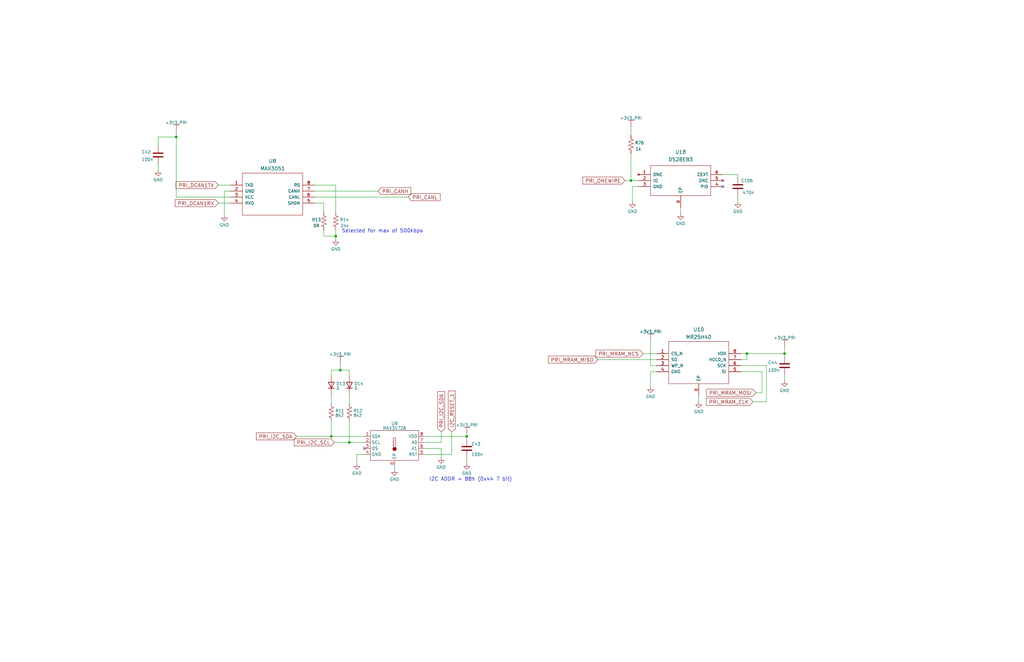
<source format=kicad_sch>
(kicad_sch (version 20230121) (generator eeschema)

  (uuid e7e35e33-cf18-4af3-b945-9fe6b728987e)

  (paper "USLedger")

  (title_block
    (title "Radiation Tolerant Internal Housekeeping Unit (IHU)")
    (date "2023-08-24")
    (rev "1.2A")
    (company "AMSAT-NA")
    (comment 1 "C. Castillo")
    (comment 2 "Z. Metzinger")
  )

  (lib_symbols
    (symbol "Device:C" (pin_numbers hide) (pin_names (offset 0.254)) (in_bom yes) (on_board yes)
      (property "Reference" "C" (at 0.635 2.54 0)
        (effects (font (size 1.27 1.27)) (justify left))
      )
      (property "Value" "C" (at 0.635 -2.54 0)
        (effects (font (size 1.27 1.27)) (justify left))
      )
      (property "Footprint" "" (at 0.9652 -3.81 0)
        (effects (font (size 1.27 1.27)) hide)
      )
      (property "Datasheet" "~" (at 0 0 0)
        (effects (font (size 1.27 1.27)) hide)
      )
      (property "ki_keywords" "cap capacitor" (at 0 0 0)
        (effects (font (size 1.27 1.27)) hide)
      )
      (property "ki_description" "Unpolarized capacitor" (at 0 0 0)
        (effects (font (size 1.27 1.27)) hide)
      )
      (property "ki_fp_filters" "C_*" (at 0 0 0)
        (effects (font (size 1.27 1.27)) hide)
      )
      (symbol "C_0_1"
        (polyline
          (pts
            (xy -2.032 -0.762)
            (xy 2.032 -0.762)
          )
          (stroke (width 0.508) (type default))
          (fill (type none))
        )
        (polyline
          (pts
            (xy -2.032 0.762)
            (xy 2.032 0.762)
          )
          (stroke (width 0.508) (type default))
          (fill (type none))
        )
      )
      (symbol "C_1_1"
        (pin passive line (at 0 3.81 270) (length 2.794)
          (name "~" (effects (font (size 1.27 1.27))))
          (number "1" (effects (font (size 1.27 1.27))))
        )
        (pin passive line (at 0 -3.81 90) (length 2.794)
          (name "~" (effects (font (size 1.27 1.27))))
          (number "2" (effects (font (size 1.27 1.27))))
        )
      )
    )
    (symbol "Device:D" (pin_numbers hide) (pin_names (offset 1.016) hide) (in_bom yes) (on_board yes)
      (property "Reference" "D" (at 0 2.54 0)
        (effects (font (size 1.27 1.27)))
      )
      (property "Value" "D" (at 0 -2.54 0)
        (effects (font (size 1.27 1.27)))
      )
      (property "Footprint" "" (at 0 0 0)
        (effects (font (size 1.27 1.27)) hide)
      )
      (property "Datasheet" "~" (at 0 0 0)
        (effects (font (size 1.27 1.27)) hide)
      )
      (property "Sim.Device" "D" (at 0 0 0)
        (effects (font (size 1.27 1.27)) hide)
      )
      (property "Sim.Pins" "1=K 2=A" (at 0 0 0)
        (effects (font (size 1.27 1.27)) hide)
      )
      (property "ki_keywords" "diode" (at 0 0 0)
        (effects (font (size 1.27 1.27)) hide)
      )
      (property "ki_description" "Diode" (at 0 0 0)
        (effects (font (size 1.27 1.27)) hide)
      )
      (property "ki_fp_filters" "TO-???* *_Diode_* *SingleDiode* D_*" (at 0 0 0)
        (effects (font (size 1.27 1.27)) hide)
      )
      (symbol "D_0_1"
        (polyline
          (pts
            (xy -1.27 1.27)
            (xy -1.27 -1.27)
          )
          (stroke (width 0.254) (type default))
          (fill (type none))
        )
        (polyline
          (pts
            (xy 1.27 0)
            (xy -1.27 0)
          )
          (stroke (width 0) (type default))
          (fill (type none))
        )
        (polyline
          (pts
            (xy 1.27 1.27)
            (xy 1.27 -1.27)
            (xy -1.27 0)
            (xy 1.27 1.27)
          )
          (stroke (width 0.254) (type default))
          (fill (type none))
        )
      )
      (symbol "D_1_1"
        (pin passive line (at -3.81 0 0) (length 2.54)
          (name "K" (effects (font (size 1.27 1.27))))
          (number "1" (effects (font (size 1.27 1.27))))
        )
        (pin passive line (at 3.81 0 180) (length 2.54)
          (name "A" (effects (font (size 1.27 1.27))))
          (number "2" (effects (font (size 1.27 1.27))))
        )
      )
    )
    (symbol "Device:R_US" (pin_numbers hide) (pin_names (offset 0)) (in_bom yes) (on_board yes)
      (property "Reference" "R" (at 2.54 0 90)
        (effects (font (size 1.27 1.27)))
      )
      (property "Value" "R_US" (at -2.54 0 90)
        (effects (font (size 1.27 1.27)))
      )
      (property "Footprint" "" (at 1.016 -0.254 90)
        (effects (font (size 1.27 1.27)) hide)
      )
      (property "Datasheet" "~" (at 0 0 0)
        (effects (font (size 1.27 1.27)) hide)
      )
      (property "ki_keywords" "R res resistor" (at 0 0 0)
        (effects (font (size 1.27 1.27)) hide)
      )
      (property "ki_description" "Resistor, US symbol" (at 0 0 0)
        (effects (font (size 1.27 1.27)) hide)
      )
      (property "ki_fp_filters" "R_*" (at 0 0 0)
        (effects (font (size 1.27 1.27)) hide)
      )
      (symbol "R_US_0_1"
        (polyline
          (pts
            (xy 0 -2.286)
            (xy 0 -2.54)
          )
          (stroke (width 0) (type default))
          (fill (type none))
        )
        (polyline
          (pts
            (xy 0 2.286)
            (xy 0 2.54)
          )
          (stroke (width 0) (type default))
          (fill (type none))
        )
        (polyline
          (pts
            (xy 0 -0.762)
            (xy 1.016 -1.143)
            (xy 0 -1.524)
            (xy -1.016 -1.905)
            (xy 0 -2.286)
          )
          (stroke (width 0) (type default))
          (fill (type none))
        )
        (polyline
          (pts
            (xy 0 0.762)
            (xy 1.016 0.381)
            (xy 0 0)
            (xy -1.016 -0.381)
            (xy 0 -0.762)
          )
          (stroke (width 0) (type default))
          (fill (type none))
        )
        (polyline
          (pts
            (xy 0 2.286)
            (xy 1.016 1.905)
            (xy 0 1.524)
            (xy -1.016 1.143)
            (xy 0 0.762)
          )
          (stroke (width 0) (type default))
          (fill (type none))
        )
      )
      (symbol "R_US_1_1"
        (pin passive line (at 0 3.81 270) (length 1.27)
          (name "~" (effects (font (size 1.27 1.27))))
          (number "1" (effects (font (size 1.27 1.27))))
        )
        (pin passive line (at 0 -3.81 90) (length 1.27)
          (name "~" (effects (font (size 1.27 1.27))))
          (number "2" (effects (font (size 1.27 1.27))))
        )
      )
    )
    (symbol "amsat_discrete:+3V3_PRI" (power) (pin_names (offset 0)) (in_bom yes) (on_board yes)
      (property "Reference" "#PWR" (at 0 -3.81 0)
        (effects (font (size 1.27 1.27)) hide)
      )
      (property "Value" "+3V3_PRI" (at 0 3.556 0)
        (effects (font (size 1.27 1.27)))
      )
      (property "Footprint" "" (at 0 0 0)
        (effects (font (size 1.27 1.27)) hide)
      )
      (property "Datasheet" "" (at 0 0 0)
        (effects (font (size 1.27 1.27)) hide)
      )
      (property "ki_keywords" "Power Flag Symbol" (at 0 0 0)
        (effects (font (size 1.27 1.27)) hide)
      )
      (property "ki_description" "Power Net, Primary, +3.3V" (at 0 0 0)
        (effects (font (size 1.27 1.27)) hide)
      )
      (symbol "+3V3_PRI_0_1"
        (polyline
          (pts
            (xy -1.27 2.54)
            (xy 0 2.54)
          )
          (stroke (width 0) (type solid))
          (fill (type none))
        )
        (polyline
          (pts
            (xy 0 0)
            (xy 0 2.54)
          )
          (stroke (width 0) (type solid))
          (fill (type none))
        )
        (polyline
          (pts
            (xy 0 2.54)
            (xy 1.27 2.54)
          )
          (stroke (width 0) (type solid))
          (fill (type none))
        )
      )
      (symbol "+3V3_PRI_1_1"
        (pin power_in line (at 0 0 90) (length 0) hide
          (name "+3V3_PRI" (effects (font (size 1.27 1.27))))
          (number "1" (effects (font (size 1.27 1.27))))
        )
      )
    )
    (symbol "amsat_everspin:MR25H40" (pin_names (offset 1.016)) (in_bom yes) (on_board yes)
      (property "Reference" "U" (at 11.43 -10.16 0)
        (effects (font (size 1.524 1.524)))
      )
      (property "Value" "MR25H40" (at 0 6.35 0)
        (effects (font (size 1.524 1.524)))
      )
      (property "Footprint" "" (at 0 0 0)
        (effects (font (size 1.524 1.524)) hide)
      )
      (property "Datasheet" "" (at 0 0 0)
        (effects (font (size 1.524 1.524)) hide)
      )
      (property "ki_description" "MRAM 512kB SPI 40MHz" (at 0 0 0)
        (effects (font (size 1.27 1.27)) hide)
      )
      (symbol "MR25H40_0_1"
        (rectangle (start -12.7 8.89) (end 12.7 -8.89)
          (stroke (width 0) (type solid))
          (fill (type none))
        )
      )
      (symbol "MR25H40_1_1"
        (pin power_in line (at 0 -13.97 90) (length 5.08)
          (name "EP" (effects (font (size 1.27 1.27))))
          (number "0" (effects (font (size 1.27 1.27))))
        )
        (pin input line (at -17.78 3.81 0) (length 5.08)
          (name "CS_N" (effects (font (size 1.27 1.27))))
          (number "1" (effects (font (size 1.27 1.27))))
        )
        (pin output line (at -17.78 1.27 0) (length 5.08)
          (name "SO" (effects (font (size 1.27 1.27))))
          (number "2" (effects (font (size 1.27 1.27))))
        )
        (pin input line (at -17.78 -1.27 0) (length 5.08)
          (name "WP_N" (effects (font (size 1.27 1.27))))
          (number "3" (effects (font (size 1.27 1.27))))
        )
        (pin power_in line (at -17.78 -3.81 0) (length 5.08)
          (name "GND" (effects (font (size 1.27 1.27))))
          (number "4" (effects (font (size 1.27 1.27))))
        )
        (pin input line (at 17.78 -3.81 180) (length 5.08)
          (name "SI" (effects (font (size 1.27 1.27))))
          (number "5" (effects (font (size 1.27 1.27))))
        )
        (pin input line (at 17.78 -1.27 180) (length 5.08)
          (name "SCK" (effects (font (size 1.27 1.27))))
          (number "6" (effects (font (size 1.27 1.27))))
        )
        (pin input line (at 17.78 1.27 180) (length 5.08)
          (name "HOLD_N" (effects (font (size 1.27 1.27))))
          (number "7" (effects (font (size 1.27 1.27))))
        )
        (pin power_in line (at 17.78 3.81 180) (length 5.08)
          (name "VDD" (effects (font (size 1.27 1.27))))
          (number "8" (effects (font (size 1.27 1.27))))
        )
      )
    )
    (symbol "amsat_maxim:DS28E83" (pin_names (offset 1.016)) (in_bom yes) (on_board yes)
      (property "Reference" "U" (at 11.43 -10.16 0)
        (effects (font (size 1.524 1.524)))
      )
      (property "Value" "DS28E83" (at 0 0 0)
        (effects (font (size 1.524 1.524)))
      )
      (property "Footprint" "" (at 0 0 0)
        (effects (font (size 1.524 1.524)) hide)
      )
      (property "Datasheet" "" (at 0 0 0)
        (effects (font (size 1.524 1.524)) hide)
      )
      (property "ki_description" "Radiation Resistant 1-Wire Authenticator" (at 0 0 0)
        (effects (font (size 1.27 1.27)) hide)
      )
      (property "ki_fp_filters" "TDFN_T633_2" (at 0 0 0)
        (effects (font (size 1.27 1.27)) hide)
      )
      (symbol "DS28E83_0_1"
        (rectangle (start -12.7 6.35) (end 12.7 -6.35)
          (stroke (width 0) (type solid))
          (fill (type none))
        )
      )
      (symbol "DS28E83_1_1"
        (pin power_in line (at 0 -11.43 90) (length 5.08)
          (name "EP" (effects (font (size 1.27 1.27))))
          (number "0" (effects (font (size 1.27 1.27))))
        )
        (pin no_connect line (at -17.78 2.54 0) (length 5.08)
          (name "DNC" (effects (font (size 1.27 1.27))))
          (number "1" (effects (font (size 1.27 1.27))))
        )
        (pin bidirectional line (at -17.78 0 0) (length 5.08)
          (name "IO" (effects (font (size 1.27 1.27))))
          (number "2" (effects (font (size 1.27 1.27))))
        )
        (pin power_in line (at -17.78 -2.54 0) (length 5.08)
          (name "GND" (effects (font (size 1.27 1.27))))
          (number "3" (effects (font (size 1.27 1.27))))
        )
        (pin bidirectional line (at 17.78 -2.54 180) (length 5.08)
          (name "PIO" (effects (font (size 1.27 1.27))))
          (number "4" (effects (font (size 1.27 1.27))))
        )
        (pin no_connect line (at 17.78 0 180) (length 5.08)
          (name "DNC" (effects (font (size 1.27 1.27))))
          (number "5" (effects (font (size 1.27 1.27))))
        )
        (pin passive line (at 17.78 2.54 180) (length 5.08)
          (name "CEXT" (effects (font (size 1.27 1.27))))
          (number "6" (effects (font (size 1.27 1.27))))
        )
      )
    )
    (symbol "amsat_maxim:MAX3051" (pin_names (offset 1.016)) (in_bom yes) (on_board yes)
      (property "Reference" "U" (at 11.43 -10.16 0)
        (effects (font (size 1.524 1.524)))
      )
      (property "Value" "MAX3051" (at 0 0 0)
        (effects (font (size 1.524 1.524)))
      )
      (property "Footprint" "" (at 0 0 0)
        (effects (font (size 1.524 1.524)) hide)
      )
      (property "Datasheet" "" (at 0 0 0)
        (effects (font (size 1.524 1.524)) hide)
      )
      (property "ki_description" "CAN Transciever, +3.3v, 1Mbps" (at 0 0 0)
        (effects (font (size 1.27 1.27)) hide)
      )
      (symbol "MAX3051_0_1"
        (rectangle (start -12.7 8.89) (end 12.7 -8.89)
          (stroke (width 0) (type solid))
          (fill (type none))
        )
      )
      (symbol "MAX3051_1_1"
        (pin input line (at -17.78 3.81 0) (length 5.08)
          (name "TXD" (effects (font (size 1.27 1.27))))
          (number "1" (effects (font (size 1.27 1.27))))
        )
        (pin input line (at -17.78 1.27 0) (length 5.08)
          (name "GND" (effects (font (size 1.27 1.27))))
          (number "2" (effects (font (size 1.27 1.27))))
        )
        (pin input line (at -17.78 -1.27 0) (length 5.08)
          (name "VCC" (effects (font (size 1.27 1.27))))
          (number "3" (effects (font (size 1.27 1.27))))
        )
        (pin output line (at -17.78 -3.81 0) (length 5.08)
          (name "RXD" (effects (font (size 1.27 1.27))))
          (number "4" (effects (font (size 1.27 1.27))))
        )
        (pin input line (at 17.78 -3.81 180) (length 5.08)
          (name "SHDN" (effects (font (size 1.27 1.27))))
          (number "5" (effects (font (size 1.27 1.27))))
        )
        (pin bidirectional line (at 17.78 -1.27 180) (length 5.08)
          (name "CANL" (effects (font (size 1.27 1.27))))
          (number "6" (effects (font (size 1.27 1.27))))
        )
        (pin bidirectional line (at 17.78 1.27 180) (length 5.08)
          (name "CANH" (effects (font (size 1.27 1.27))))
          (number "7" (effects (font (size 1.27 1.27))))
        )
        (pin input line (at 17.78 3.81 180) (length 5.08)
          (name "RS" (effects (font (size 1.27 1.27))))
          (number "8" (effects (font (size 1.27 1.27))))
        )
      )
    )
    (symbol "amsat_maxim:MAX31726" (in_bom yes) (on_board yes)
      (property "Reference" "U" (at 0 10.795 0)
        (effects (font (size 1.27 1.27)))
      )
      (property "Value" "MAX31726" (at 0 8.89 0)
        (effects (font (size 1.27 1.27)))
      )
      (property "Footprint" "amsat_updated_symbols:TDFN8_CP1.58x2.53" (at 0 -10.16 0)
        (effects (font (size 1.27 1.27)) hide)
      )
      (property "Datasheet" "https://www.analog.com/media/en/technical-documentation/data-sheets/MAX31725-MAX31726.pdf" (at 2.413 -11.684 0)
        (effects (font (size 1.27 1.27)) hide)
      )
      (property "ki_description" "I2C Temperature Sensor" (at 0 0 0)
        (effects (font (size 1.27 1.27)) hide)
      )
      (symbol "MAX31726_1_1"
        (rectangle (start -10.16 7.62) (end 10.16 -5.08)
          (stroke (width 0) (type default))
          (fill (type none))
        )
        (circle (center 0 -0.254) (radius 0.7405)
          (stroke (width 0) (type default))
          (fill (type outline))
        )
        (polyline
          (pts
            (xy -0.508 0.254)
            (xy -0.508 4.064)
          )
          (stroke (width 0) (type default))
          (fill (type none))
        )
        (polyline
          (pts
            (xy -0.508 1.143)
            (xy -0.254 1.143)
          )
          (stroke (width 0) (type default))
          (fill (type none))
        )
        (polyline
          (pts
            (xy -0.508 1.905)
            (xy -0.127 1.905)
          )
          (stroke (width 0) (type default))
          (fill (type none))
        )
        (polyline
          (pts
            (xy -0.508 2.667)
            (xy -0.127 2.667)
          )
          (stroke (width 0) (type default))
          (fill (type none))
        )
        (polyline
          (pts
            (xy -0.508 3.429)
            (xy -0.127 3.429)
          )
          (stroke (width 0) (type default))
          (fill (type none))
        )
        (polyline
          (pts
            (xy -0.254 1.143)
            (xy -0.127 1.143)
          )
          (stroke (width 0) (type default))
          (fill (type none))
        )
        (polyline
          (pts
            (xy 0.508 0.254)
            (xy 0.508 4.064)
          )
          (stroke (width 0) (type default))
          (fill (type none))
        )
        (arc (start 0 4.572) (mid -0.3592 4.4232) (end -0.508 4.064)
          (stroke (width 0) (type default))
          (fill (type none))
        )
        (arc (start 0.508 4.064) (mid 0.3592 4.4232) (end 0 4.572)
          (stroke (width 0) (type default))
          (fill (type none))
        )
        (pin input line (at 0 -7.62 90) (length 2.54)
          (name "EP" (effects (font (size 1.27 1.27))))
          (number "0" (effects (font (size 1.27 1.27))))
        )
        (pin bidirectional line (at -12.7 5.08 0) (length 2.54)
          (name "SDA" (effects (font (size 1.27 1.27))))
          (number "1" (effects (font (size 1.27 1.27))))
        )
        (pin bidirectional line (at -12.7 2.54 0) (length 2.54)
          (name "SCL" (effects (font (size 1.27 1.27))))
          (number "2" (effects (font (size 1.27 1.27))))
        )
        (pin input line (at -12.7 0 0) (length 2.54)
          (name "OS" (effects (font (size 1.27 1.27))))
          (number "3" (effects (font (size 1.27 1.27))))
        )
        (pin power_in line (at -12.7 -2.54 0) (length 2.54)
          (name "GND" (effects (font (size 1.27 1.27))))
          (number "4" (effects (font (size 1.27 1.27))))
        )
        (pin input line (at 12.7 -2.54 180) (length 2.54)
          (name "RST" (effects (font (size 1.27 1.27))))
          (number "5" (effects (font (size 1.27 1.27))))
        )
        (pin input line (at 12.7 0 180) (length 2.54)
          (name "A1" (effects (font (size 1.27 1.27))))
          (number "6" (effects (font (size 1.27 1.27))))
        )
        (pin input line (at 12.7 2.54 180) (length 2.54)
          (name "A0" (effects (font (size 1.27 1.27))))
          (number "7" (effects (font (size 1.27 1.27))))
        )
        (pin power_in line (at 12.7 5.08 180) (length 2.54)
          (name "VDD" (effects (font (size 1.27 1.27))))
          (number "8" (effects (font (size 1.27 1.27))))
        )
      )
    )
    (symbol "power:GND" (power) (pin_names (offset 0)) (in_bom yes) (on_board yes)
      (property "Reference" "#PWR" (at 0 -6.35 0)
        (effects (font (size 1.27 1.27)) hide)
      )
      (property "Value" "GND" (at 0 -3.81 0)
        (effects (font (size 1.27 1.27)))
      )
      (property "Footprint" "" (at 0 0 0)
        (effects (font (size 1.27 1.27)) hide)
      )
      (property "Datasheet" "" (at 0 0 0)
        (effects (font (size 1.27 1.27)) hide)
      )
      (property "ki_keywords" "global power" (at 0 0 0)
        (effects (font (size 1.27 1.27)) hide)
      )
      (property "ki_description" "Power symbol creates a global label with name \"GND\" , ground" (at 0 0 0)
        (effects (font (size 1.27 1.27)) hide)
      )
      (symbol "GND_0_1"
        (polyline
          (pts
            (xy 0 0)
            (xy 0 -1.27)
            (xy 1.27 -1.27)
            (xy 0 -2.54)
            (xy -1.27 -1.27)
            (xy 0 -1.27)
          )
          (stroke (width 0) (type default))
          (fill (type none))
        )
      )
      (symbol "GND_1_1"
        (pin power_in line (at 0 0 270) (length 0) hide
          (name "GND" (effects (font (size 1.27 1.27))))
          (number "1" (effects (font (size 1.27 1.27))))
        )
      )
    )
  )

  (junction (at 266.065 76.2) (diameter 0) (color 0 0 0 0)
    (uuid 2af93811-5cc1-4a4b-ba28-f45845477f53)
  )
  (junction (at 141.605 99.695) (diameter 0) (color 0 0 0 0)
    (uuid 422984a7-b83c-43eb-8987-5dc982d7d69c)
  )
  (junction (at 143.51 156.21) (diameter 0) (color 0 0 0 0)
    (uuid 501a3583-f1f7-4f84-b67d-785eaded7301)
  )
  (junction (at 74.295 57.785) (diameter 0) (color 0 0 0 0)
    (uuid 51bce9c6-4e05-4868-9d42-c44eb84e1a86)
  )
  (junction (at 196.85 184.15) (diameter 0) (color 0 0 0 0)
    (uuid 5709b313-7106-47ad-8d87-3135a4c84f92)
  )
  (junction (at 330.835 149.225) (diameter 0) (color 0 0 0 0)
    (uuid 5af12dce-1daf-42f4-8cf2-fcb92557b267)
  )
  (junction (at 314.96 149.225) (diameter 0) (color 0 0 0 0)
    (uuid a3b9c9ba-aa20-4ecf-86cb-562c0f143506)
  )
  (junction (at 139.7 184.15) (diameter 0) (color 0 0 0 0)
    (uuid c58e5db1-7d99-413d-a892-380655c6a8ec)
  )
  (junction (at 147.32 186.69) (diameter 0) (color 0 0 0 0)
    (uuid eb9a4953-06ef-46b0-a7cd-8da650f90627)
  )

  (no_connect (at 304.8 78.74) (uuid 24e9c87f-5775-4014-a44d-c5fe9b0a1e19))
  (no_connect (at 153.67 189.23) (uuid 8f1a4d0f-b930-4b80-aa30-d4f82caa952c))

  (wire (pts (xy 143.51 156.21) (xy 143.51 153.035))
    (stroke (width 0) (type default))
    (uuid 01ddf420-1e33-4e47-a232-23469ce122cc)
  )
  (wire (pts (xy 66.675 61.595) (xy 66.675 57.785))
    (stroke (width 0) (type default))
    (uuid 02c4bc53-15cc-462e-a9e8-f2fd8a1bff22)
  )
  (wire (pts (xy 74.295 55.245) (xy 74.295 57.785))
    (stroke (width 0) (type default))
    (uuid 03f4b963-90b0-4156-aec2-4fbbaa7afefb)
  )
  (wire (pts (xy 139.7 184.15) (xy 153.67 184.15))
    (stroke (width 0) (type default))
    (uuid 0a87dcb0-a61a-4f1c-8439-74a9eadf38bd)
  )
  (wire (pts (xy 186.055 189.23) (xy 186.055 193.04))
    (stroke (width 0) (type default))
    (uuid 1ae5fdb3-b88f-42c3-b2a4-4db28f25b71e)
  )
  (wire (pts (xy 330.835 149.225) (xy 330.835 150.495))
    (stroke (width 0) (type default))
    (uuid 1b28dbc4-db44-4784-a1ab-a903ab61d6e5)
  )
  (wire (pts (xy 196.85 182.88) (xy 196.85 184.15))
    (stroke (width 0) (type default))
    (uuid 20ecb382-4d03-4973-bb06-27a319b3b627)
  )
  (wire (pts (xy 125.095 184.15) (xy 139.7 184.15))
    (stroke (width 0) (type default))
    (uuid 2110bf1c-1b61-4150-a371-bf19411745dd)
  )
  (wire (pts (xy 312.42 149.225) (xy 314.96 149.225))
    (stroke (width 0) (type default))
    (uuid 21ebcfc8-a29d-4d8e-9862-0cfed539ed0f)
  )
  (wire (pts (xy 139.7 158.75) (xy 139.7 156.21))
    (stroke (width 0) (type default))
    (uuid 240313ba-af6c-42dd-b415-8b7c41120946)
  )
  (wire (pts (xy 141.605 78.105) (xy 141.605 89.535))
    (stroke (width 0) (type default))
    (uuid 245af9c1-34bc-4926-bb19-787b74d30501)
  )
  (wire (pts (xy 139.7 156.21) (xy 143.51 156.21))
    (stroke (width 0) (type default))
    (uuid 245f07b6-aaf2-46bb-8687-7e29a889e723)
  )
  (wire (pts (xy 74.295 83.185) (xy 97.155 83.185))
    (stroke (width 0) (type default))
    (uuid 2849bf89-345a-4c25-906e-f4affaa056be)
  )
  (wire (pts (xy 311.15 82.55) (xy 311.15 85.09))
    (stroke (width 0) (type default))
    (uuid 28e552ef-13dc-4739-aae0-003f1ec7b0ab)
  )
  (wire (pts (xy 132.715 80.645) (xy 159.385 80.645))
    (stroke (width 0) (type default))
    (uuid 2a3ac4a7-6a42-449e-8799-ef1b3bfb1280)
  )
  (wire (pts (xy 311.15 73.66) (xy 311.15 74.93))
    (stroke (width 0) (type default))
    (uuid 2d5fa8ab-b76e-4b56-b60d-3646ec3b78fb)
  )
  (wire (pts (xy 140.97 186.69) (xy 147.32 186.69))
    (stroke (width 0) (type default))
    (uuid 3068267b-4b47-4eb4-b8ff-3edacd107766)
  )
  (wire (pts (xy 92.075 78.105) (xy 97.155 78.105))
    (stroke (width 0) (type default))
    (uuid 308ae543-f635-4ce9-9c1c-ec8dc22c6222)
  )
  (wire (pts (xy 274.32 154.305) (xy 274.32 143.51))
    (stroke (width 0) (type default))
    (uuid 30c23cb0-dec6-4718-ad30-0127856a6dab)
  )
  (wire (pts (xy 166.37 196.85) (xy 166.37 198.12))
    (stroke (width 0) (type default))
    (uuid 32a60df7-75ec-4315-bddb-788921e9dacf)
  )
  (wire (pts (xy 147.32 166.37) (xy 147.32 170.18))
    (stroke (width 0) (type default))
    (uuid 32bfc501-5664-4a01-a92b-4583bcd51c8f)
  )
  (wire (pts (xy 266.065 76.2) (xy 269.24 76.2))
    (stroke (width 0) (type default))
    (uuid 38958c3f-7d2b-4007-b53f-fe0fd48d327c)
  )
  (wire (pts (xy 276.86 154.305) (xy 274.32 154.305))
    (stroke (width 0) (type default))
    (uuid 3bde55d8-f48e-464a-a6a3-d15dd893cbf1)
  )
  (wire (pts (xy 321.31 156.845) (xy 321.31 165.735))
    (stroke (width 0) (type default))
    (uuid 44ae2fc6-e982-4758-ad41-34cb4165516c)
  )
  (wire (pts (xy 147.32 186.69) (xy 153.67 186.69))
    (stroke (width 0) (type default))
    (uuid 4a0bf505-8d06-4511-860d-7e4f306825e5)
  )
  (wire (pts (xy 312.42 156.845) (xy 321.31 156.845))
    (stroke (width 0) (type default))
    (uuid 4e69eba0-7457-4600-8974-a231785a108d)
  )
  (wire (pts (xy 97.155 80.645) (xy 94.615 80.645))
    (stroke (width 0) (type default))
    (uuid 4eda03d7-4d90-4deb-abc7-74b17194ce5a)
  )
  (wire (pts (xy 147.32 177.8) (xy 147.32 186.69))
    (stroke (width 0) (type default))
    (uuid 583257bb-1390-4af1-a378-40670cc1fec5)
  )
  (wire (pts (xy 196.85 193.04) (xy 196.85 195.58))
    (stroke (width 0) (type default))
    (uuid 5a1505fe-0efe-426f-a833-9dbe5e1f4680)
  )
  (wire (pts (xy 323.215 154.305) (xy 312.42 154.305))
    (stroke (width 0) (type default))
    (uuid 5afac7e8-39e2-402d-985c-c17d55ddb847)
  )
  (wire (pts (xy 92.075 85.725) (xy 97.155 85.725))
    (stroke (width 0) (type default))
    (uuid 60f9af05-fbb6-4eb1-b4ef-cebc675d5022)
  )
  (wire (pts (xy 139.7 166.37) (xy 139.7 170.18))
    (stroke (width 0) (type default))
    (uuid 623f7c26-9c88-45dd-9824-cade8e3e48e3)
  )
  (wire (pts (xy 66.675 57.785) (xy 74.295 57.785))
    (stroke (width 0) (type default))
    (uuid 645b28fe-30a5-4b9b-9547-60f43c2ea3c8)
  )
  (wire (pts (xy 321.31 165.735) (xy 318.77 165.735))
    (stroke (width 0) (type default))
    (uuid 6dcbcc67-feaa-4a9b-8a36-debee2437d7e)
  )
  (wire (pts (xy 141.605 97.155) (xy 141.605 99.695))
    (stroke (width 0) (type default))
    (uuid 6e907ff3-63d5-49dd-b5c2-645b80f783c7)
  )
  (wire (pts (xy 179.07 191.77) (xy 190.5 191.77))
    (stroke (width 0) (type default))
    (uuid 73a1172e-4ce2-45c1-a83b-ab92ccf56bdc)
  )
  (wire (pts (xy 94.615 80.645) (xy 94.615 90.805))
    (stroke (width 0) (type default))
    (uuid 75be12ca-62c9-4ac1-a873-5bdae9c4b33c)
  )
  (wire (pts (xy 323.215 169.545) (xy 317.5 169.545))
    (stroke (width 0) (type default))
    (uuid 785325c8-2afc-4736-a30d-2487276333aa)
  )
  (wire (pts (xy 287.02 87.63) (xy 287.02 90.17))
    (stroke (width 0) (type default))
    (uuid 7c551c3c-cae1-409b-9e78-b9c0a45856fd)
  )
  (wire (pts (xy 266.065 53.34) (xy 266.065 57.15))
    (stroke (width 0) (type default))
    (uuid 7ff31675-6d30-4450-b006-c084d96a0179)
  )
  (wire (pts (xy 150.495 191.77) (xy 150.495 195.58))
    (stroke (width 0) (type default))
    (uuid 848c501f-13ed-4661-b6f5-c9f91f10c5f6)
  )
  (wire (pts (xy 266.065 64.77) (xy 266.065 76.2))
    (stroke (width 0) (type default))
    (uuid 8b973af3-0cbd-4649-95a9-90be15aca0ce)
  )
  (wire (pts (xy 263.525 76.2) (xy 266.065 76.2))
    (stroke (width 0) (type default))
    (uuid 8e07daef-b168-462d-96fa-2a29f65c4910)
  )
  (wire (pts (xy 323.215 154.305) (xy 323.215 169.545))
    (stroke (width 0) (type default))
    (uuid 93ae34e8-e3f9-4886-a4d8-10d7d4a8c911)
  )
  (wire (pts (xy 312.42 151.765) (xy 314.96 151.765))
    (stroke (width 0) (type default))
    (uuid 9544b781-eca8-41db-b3ed-1b7ee418e390)
  )
  (wire (pts (xy 304.8 73.66) (xy 311.15 73.66))
    (stroke (width 0) (type default))
    (uuid 97fed5ed-1212-4d2a-9ad9-ff8dd02410c9)
  )
  (wire (pts (xy 274.32 156.845) (xy 274.32 163.195))
    (stroke (width 0) (type default))
    (uuid 98e852c2-0925-44bb-a8a6-9e8a01853d76)
  )
  (wire (pts (xy 136.525 99.695) (xy 141.605 99.695))
    (stroke (width 0) (type default))
    (uuid 9f5b932a-c1cd-4cf8-b426-15e6764e7f5f)
  )
  (wire (pts (xy 143.51 156.21) (xy 147.32 156.21))
    (stroke (width 0) (type default))
    (uuid a04149cd-39b4-4c04-9024-ea691962f0ce)
  )
  (wire (pts (xy 139.7 177.8) (xy 139.7 184.15))
    (stroke (width 0) (type default))
    (uuid a0fa3202-0ca0-4c3d-b5b1-36735c5c2bf5)
  )
  (wire (pts (xy 141.605 99.695) (xy 141.605 100.965))
    (stroke (width 0) (type default))
    (uuid a5131718-ac5f-480f-a666-e0ccaeadc376)
  )
  (wire (pts (xy 269.24 78.74) (xy 266.7 78.74))
    (stroke (width 0) (type default))
    (uuid a71b7df0-c78f-4311-a996-16a8b500209b)
  )
  (wire (pts (xy 132.715 78.105) (xy 141.605 78.105))
    (stroke (width 0) (type default))
    (uuid aa788f52-be46-4ed7-a8bd-c9c9de8d4d2e)
  )
  (wire (pts (xy 252.095 151.765) (xy 276.86 151.765))
    (stroke (width 0) (type default))
    (uuid aae88c07-f23c-489c-9304-76c494c82009)
  )
  (wire (pts (xy 179.07 184.15) (xy 196.85 184.15))
    (stroke (width 0) (type default))
    (uuid abdf70fa-050f-4605-91d9-78a94389d0e2)
  )
  (wire (pts (xy 179.07 189.23) (xy 186.055 189.23))
    (stroke (width 0) (type default))
    (uuid b02347de-9fb9-46bf-8d57-89b55607be3f)
  )
  (wire (pts (xy 330.835 146.05) (xy 330.835 149.225))
    (stroke (width 0) (type default))
    (uuid b5c2948c-52ea-4726-9c14-7dded6e0ca86)
  )
  (wire (pts (xy 150.495 191.77) (xy 153.67 191.77))
    (stroke (width 0) (type default))
    (uuid ba376954-da2b-4182-8ab6-703f38a7cde9)
  )
  (wire (pts (xy 314.96 151.765) (xy 314.96 149.225))
    (stroke (width 0) (type default))
    (uuid baccefca-a6b0-4bff-883c-99a5691641c2)
  )
  (wire (pts (xy 74.295 57.785) (xy 74.295 83.185))
    (stroke (width 0) (type default))
    (uuid bdd42d2a-12cc-4e48-a287-c485dc35ef7f)
  )
  (wire (pts (xy 179.07 186.69) (xy 186.055 186.69))
    (stroke (width 0) (type default))
    (uuid c7d644b7-9447-4650-a15c-9830889feb00)
  )
  (wire (pts (xy 136.525 85.725) (xy 136.525 89.535))
    (stroke (width 0) (type default))
    (uuid c7ec59cf-e0cc-4dab-99ab-8e92b5df2f4a)
  )
  (wire (pts (xy 186.055 182.245) (xy 186.055 186.69))
    (stroke (width 0) (type default))
    (uuid cb64e2fc-8455-465e-b5fa-4e9778950d94)
  )
  (wire (pts (xy 294.64 167.005) (xy 294.64 169.545))
    (stroke (width 0) (type default))
    (uuid cc763800-2b7b-48fc-b338-be08c889c0f0)
  )
  (wire (pts (xy 266.7 78.74) (xy 266.7 85.09))
    (stroke (width 0) (type default))
    (uuid d386e61c-eece-49d5-a132-0d721cba3780)
  )
  (wire (pts (xy 132.715 83.185) (xy 172.085 83.185))
    (stroke (width 0) (type default))
    (uuid d840d0a4-c397-4ab6-8973-506a9544b4fe)
  )
  (wire (pts (xy 276.86 156.845) (xy 274.32 156.845))
    (stroke (width 0) (type default))
    (uuid d96333c5-b698-4664-bf3a-cb2f9a2cd3c3)
  )
  (wire (pts (xy 314.96 149.225) (xy 330.835 149.225))
    (stroke (width 0) (type default))
    (uuid d9d6276e-f56d-4a8e-abb3-562b71038091)
  )
  (wire (pts (xy 132.715 85.725) (xy 136.525 85.725))
    (stroke (width 0) (type default))
    (uuid db3527d8-63aa-4ac8-9617-9cfe3dd018ca)
  )
  (wire (pts (xy 196.85 184.15) (xy 196.85 185.42))
    (stroke (width 0) (type default))
    (uuid e0146b77-c520-4e04-8f97-a937aa7c7b15)
  )
  (wire (pts (xy 136.525 97.155) (xy 136.525 99.695))
    (stroke (width 0) (type default))
    (uuid e05808fe-27ec-470b-b40e-e80dfbfe54e5)
  )
  (wire (pts (xy 66.675 69.215) (xy 66.675 71.755))
    (stroke (width 0) (type default))
    (uuid e1ad7e2f-ccc2-440a-b03d-2a98d704ba62)
  )
  (wire (pts (xy 330.835 158.115) (xy 330.835 160.655))
    (stroke (width 0) (type default))
    (uuid e41b9c3f-6abf-449e-870b-1f3de08ee9c1)
  )
  (wire (pts (xy 276.86 149.225) (xy 271.145 149.225))
    (stroke (width 0) (type default))
    (uuid e9801014-224e-4369-aa85-1637ba2bc435)
  )
  (wire (pts (xy 190.5 182.245) (xy 190.5 191.77))
    (stroke (width 0) (type default))
    (uuid f0e27efc-6cee-431e-8c32-6f2ec17aefcf)
  )
  (wire (pts (xy 147.32 156.21) (xy 147.32 158.75))
    (stroke (width 0) (type default))
    (uuid f7f9310d-a78e-4a8f-9084-c93ab8750dff)
  )

  (text "I2C ADDR = 88h (0x44 7 bit)" (at 180.975 203.2 0)
    (effects (font (size 1.524 1.524)) (justify left bottom))
    (uuid ab98ce7e-3f21-4439-90fb-4df5870b9f81)
  )
  (text "Selected for max of 500kbps" (at 144.145 98.425 0)
    (effects (font (size 1.524 1.524)) (justify left bottom))
    (uuid aeddb763-30ea-4c63-a370-9bf697d0d84e)
  )

  (global_label "PRI_CANH" (shape input) (at 159.385 80.645 0)
    (effects (font (size 1.524 1.524)) (justify left))
    (uuid 06bd2719-7cac-4c2a-82f9-066d6f3ddc63)
    (property "Intersheetrefs" "${INTERSHEET_REFS}" (at 159.385 80.645 0)
      (effects (font (size 1.27 1.27)) hide)
    )
  )
  (global_label "PRI_MRAM_CLK" (shape input) (at 317.5 169.545 180)
    (effects (font (size 1.524 1.524)) (justify right))
    (uuid 12a23f3d-5582-4b1f-aeee-d9eecd8f09a9)
    (property "Intersheetrefs" "${INTERSHEET_REFS}" (at 317.5 169.545 0)
      (effects (font (size 1.27 1.27)) hide)
    )
  )
  (global_label "PRI_MRAM_MISO" (shape input) (at 252.095 151.765 180)
    (effects (font (size 1.524 1.524)) (justify right))
    (uuid 297bba60-d359-4ab2-b7b0-6df96edb5d32)
    (property "Intersheetrefs" "${INTERSHEET_REFS}" (at 252.095 151.765 0)
      (effects (font (size 1.27 1.27)) hide)
    )
  )
  (global_label "PRI_I2C_SDA" (shape input) (at 125.095 184.15 180)
    (effects (font (size 1.524 1.524)) (justify right))
    (uuid 40a34709-5c6d-4a79-8599-7183b2d49ba3)
    (property "Intersheetrefs" "${INTERSHEET_REFS}" (at 125.095 184.15 0)
      (effects (font (size 1.27 1.27)) hide)
    )
  )
  (global_label "PRI_DCAN1TX" (shape input) (at 92.075 78.105 180)
    (effects (font (size 1.524 1.524)) (justify right))
    (uuid 5bc48bac-2424-42b9-a710-3b33ef7101ee)
    (property "Intersheetrefs" "${INTERSHEET_REFS}" (at 92.075 78.105 0)
      (effects (font (size 1.27 1.27)) hide)
    )
  )
  (global_label "I2C_RESET_1" (shape input) (at 190.5 182.245 90) (fields_autoplaced)
    (effects (font (size 1.524 1.524)) (justify left))
    (uuid 7b0bfd1b-8769-4545-b559-6625964b2ad6)
    (property "Intersheetrefs" "${INTERSHEET_REFS}" (at 190.5 165.1746 90)
      (effects (font (size 1.27 1.27)) (justify left) hide)
    )
  )
  (global_label "PRI_ONEWIRE" (shape input) (at 263.525 76.2 180)
    (effects (font (size 1.524 1.524)) (justify right))
    (uuid 7b8ef823-270d-4bc6-9890-27b1d5f2d999)
    (property "Intersheetrefs" "${INTERSHEET_REFS}" (at 263.525 76.2 0)
      (effects (font (size 1.27 1.27)) hide)
    )
  )
  (global_label "PRI_MRAM_NCS" (shape input) (at 271.145 149.225 180)
    (effects (font (size 1.524 1.524)) (justify right))
    (uuid 7f805ece-551e-4f60-bca7-effea705abc0)
    (property "Intersheetrefs" "${INTERSHEET_REFS}" (at 271.145 149.225 0)
      (effects (font (size 1.27 1.27)) hide)
    )
  )
  (global_label "PRI_DCAN1RX" (shape input) (at 92.075 85.725 180)
    (effects (font (size 1.524 1.524)) (justify right))
    (uuid 9702ed74-34b1-424f-84b9-19b392d0e254)
    (property "Intersheetrefs" "${INTERSHEET_REFS}" (at 92.075 85.725 0)
      (effects (font (size 1.27 1.27)) hide)
    )
  )
  (global_label "PRI_I2C_SCL" (shape input) (at 140.97 186.69 180)
    (effects (font (size 1.524 1.524)) (justify right))
    (uuid a3898507-7ee3-4ce8-a19b-b5400ce550a5)
    (property "Intersheetrefs" "${INTERSHEET_REFS}" (at 140.97 186.69 0)
      (effects (font (size 1.27 1.27)) hide)
    )
  )
  (global_label "PRI_CANL" (shape input) (at 172.085 83.185 0)
    (effects (font (size 1.524 1.524)) (justify left))
    (uuid c2ee5403-0d4e-4cd2-b75e-d33de27e1288)
    (property "Intersheetrefs" "${INTERSHEET_REFS}" (at 172.085 83.185 0)
      (effects (font (size 1.27 1.27)) hide)
    )
  )
  (global_label "PRI_MRAM_MOSI" (shape input) (at 318.77 165.735 180)
    (effects (font (size 1.524 1.524)) (justify right))
    (uuid d039f379-29ed-4807-92c4-310420481987)
    (property "Intersheetrefs" "${INTERSHEET_REFS}" (at 318.77 165.735 0)
      (effects (font (size 1.27 1.27)) hide)
    )
  )
  (global_label "PRI_I2C_SDA" (shape input) (at 186.055 182.245 90)
    (effects (font (size 1.524 1.524)) (justify left))
    (uuid f5c62f89-6f94-4105-9b16-61715eed4689)
    (property "Intersheetrefs" "${INTERSHEET_REFS}" (at 186.055 182.245 0)
      (effects (font (size 1.27 1.27)) hide)
    )
  )

  (symbol (lib_id "power:GND") (at 94.615 90.805 0) (unit 1)
    (in_bom yes) (on_board yes) (dnp no) (fields_autoplaced)
    (uuid 02fd6ffc-5a80-4e2d-bed7-9cb34ccd0a47)
    (property "Reference" "#PWR089" (at 94.615 97.155 0)
      (effects (font (size 1.27 1.27)) hide)
    )
    (property "Value" "GND" (at 94.615 94.9405 0)
      (effects (font (size 1.27 1.27)))
    )
    (property "Footprint" "" (at 94.615 90.805 0)
      (effects (font (size 1.27 1.27)) hide)
    )
    (property "Datasheet" "" (at 94.615 90.805 0)
      (effects (font (size 1.27 1.27)) hide)
    )
    (pin "1" (uuid 3b7e2b4f-3955-405f-b546-e83599f41e91))
    (instances
      (project "rtihu"
        (path "/57c04969-edc8-4b2e-a3de-c8863ff04d88/00000000-0000-0000-0000-00005a23951e"
          (reference "#PWR089") (unit 1)
        )
      )
    )
  )

  (symbol (lib_id "Device:C") (at 330.835 154.305 0) (unit 1)
    (in_bom yes) (on_board yes) (dnp no)
    (uuid 03ee66a4-5518-4d92-b46a-662a1623a3c7)
    (property "Reference" "C44" (at 323.85 153.035 0)
      (effects (font (size 1.27 1.27)) (justify left))
    )
    (property "Value" "100n" (at 323.85 156.21 0)
      (effects (font (size 1.27 1.27)) (justify left))
    )
    (property "Footprint" "" (at 331.8002 158.115 0)
      (effects (font (size 1.27 1.27)) hide)
    )
    (property "Datasheet" "~" (at 330.835 154.305 0)
      (effects (font (size 1.27 1.27)) hide)
    )
    (pin "1" (uuid 76fc1adf-e682-4ab5-9e77-3173aec95bf8))
    (pin "2" (uuid 676c1310-ae44-4b86-b6fe-0bc8d045b13e))
    (instances
      (project "rtihu"
        (path "/57c04969-edc8-4b2e-a3de-c8863ff04d88/00000000-0000-0000-0000-00005a23951e"
          (reference "C44") (unit 1)
        )
      )
    )
  )

  (symbol (lib_id "power:GND") (at 141.605 100.965 0) (unit 1)
    (in_bom yes) (on_board yes) (dnp no) (fields_autoplaced)
    (uuid 09328607-c540-495c-a4d7-b12a95bd74cb)
    (property "Reference" "#PWR090" (at 141.605 107.315 0)
      (effects (font (size 1.27 1.27)) hide)
    )
    (property "Value" "GND" (at 141.605 105.1005 0)
      (effects (font (size 1.27 1.27)))
    )
    (property "Footprint" "" (at 141.605 100.965 0)
      (effects (font (size 1.27 1.27)) hide)
    )
    (property "Datasheet" "" (at 141.605 100.965 0)
      (effects (font (size 1.27 1.27)) hide)
    )
    (pin "1" (uuid 2f33cfdb-9f27-4751-8723-c8fdb9a884b0))
    (instances
      (project "rtihu"
        (path "/57c04969-edc8-4b2e-a3de-c8863ff04d88/00000000-0000-0000-0000-00005a23951e"
          (reference "#PWR090") (unit 1)
        )
      )
    )
  )

  (symbol (lib_id "power:GND") (at 294.64 169.545 0) (unit 1)
    (in_bom yes) (on_board yes) (dnp no) (fields_autoplaced)
    (uuid 147485fe-756d-48ba-95cb-e14d8bf1c45c)
    (property "Reference" "#PWR097" (at 294.64 175.895 0)
      (effects (font (size 1.27 1.27)) hide)
    )
    (property "Value" "GND" (at 294.64 173.6805 0)
      (effects (font (size 1.27 1.27)))
    )
    (property "Footprint" "" (at 294.64 169.545 0)
      (effects (font (size 1.27 1.27)) hide)
    )
    (property "Datasheet" "" (at 294.64 169.545 0)
      (effects (font (size 1.27 1.27)) hide)
    )
    (pin "1" (uuid dab4af62-e2af-49a1-835c-46d7e695b1e6))
    (instances
      (project "rtihu"
        (path "/57c04969-edc8-4b2e-a3de-c8863ff04d88/00000000-0000-0000-0000-00005a23951e"
          (reference "#PWR097") (unit 1)
        )
      )
    )
  )

  (symbol (lib_id "power:GND") (at 186.055 193.04 0) (unit 1)
    (in_bom yes) (on_board yes) (dnp no) (fields_autoplaced)
    (uuid 20c141a7-718a-4143-a2dc-aa07540810bc)
    (property "Reference" "#PWR094" (at 186.055 199.39 0)
      (effects (font (size 1.27 1.27)) hide)
    )
    (property "Value" "GND" (at 186.055 197.1755 0)
      (effects (font (size 1.27 1.27)))
    )
    (property "Footprint" "" (at 186.055 193.04 0)
      (effects (font (size 1.27 1.27)) hide)
    )
    (property "Datasheet" "" (at 186.055 193.04 0)
      (effects (font (size 1.27 1.27)) hide)
    )
    (pin "1" (uuid ebcefeb3-1c0f-42d4-bba2-5fd6696887d7))
    (instances
      (project "rtihu"
        (path "/57c04969-edc8-4b2e-a3de-c8863ff04d88/00000000-0000-0000-0000-00005a23951e"
          (reference "#PWR094") (unit 1)
        )
      )
    )
  )

  (symbol (lib_id "amsat_discrete:+3V3_PRI") (at 74.295 55.245 0) (unit 1)
    (in_bom yes) (on_board yes) (dnp no) (fields_autoplaced)
    (uuid 27b3086d-5e0f-4b9b-adfc-2245fe908666)
    (property "Reference" "#PWR0103" (at 74.295 59.055 0)
      (effects (font (size 1.27 1.27)) hide)
    )
    (property "Value" "+3V3_PRI" (at 74.295 51.7431 0)
      (effects (font (size 1.27 1.27)))
    )
    (property "Footprint" "" (at 74.295 55.245 0)
      (effects (font (size 1.27 1.27)) hide)
    )
    (property "Datasheet" "" (at 74.295 55.245 0)
      (effects (font (size 1.27 1.27)) hide)
    )
    (pin "1" (uuid 21bdf78c-b46a-4015-94f4-edcff661d19f))
    (instances
      (project "rtihu"
        (path "/57c04969-edc8-4b2e-a3de-c8863ff04d88/00000000-0000-0000-0000-00005a23951e"
          (reference "#PWR0103") (unit 1)
        )
      )
    )
  )

  (symbol (lib_id "amsat_maxim:DS28E83") (at 287.02 76.2 0) (unit 1)
    (in_bom yes) (on_board yes) (dnp no)
    (uuid 2e0cb2ec-2e70-49c4-9cf8-6ef76a723d0b)
    (property "Reference" "U18" (at 287.02 64.135 0)
      (effects (font (size 1.524 1.524)))
    )
    (property "Value" "DS28E83" (at 287.02 67.31 0)
      (effects (font (size 1.524 1.524)))
    )
    (property "Footprint" "" (at 287.02 76.2 0)
      (effects (font (size 1.524 1.524)) hide)
    )
    (property "Datasheet" "" (at 287.02 76.2 0)
      (effects (font (size 1.524 1.524)) hide)
    )
    (pin "0" (uuid da434fa9-db06-4b1a-b3b4-192b4aa9716b))
    (pin "1" (uuid 1454642d-a190-469f-a363-a061ddf3603f))
    (pin "2" (uuid f57aadb9-ae4b-4735-bce2-1bd21e7824f4))
    (pin "3" (uuid 30c23ae4-a731-4781-8f7c-e08ce0fcddd4))
    (pin "4" (uuid 1b7ead41-c07f-440b-b8a8-eea439a8fb3d))
    (pin "5" (uuid 369ff984-7629-4c8f-b87b-3040420c03b2))
    (pin "6" (uuid 3d608965-7cfd-43a9-9e39-04aa00c13de6))
    (instances
      (project "rtihu"
        (path "/57c04969-edc8-4b2e-a3de-c8863ff04d88/00000000-0000-0000-0000-00005a23951e"
          (reference "U18") (unit 1)
        )
      )
    )
  )

  (symbol (lib_id "Device:D") (at 147.32 162.56 90) (unit 1)
    (in_bom yes) (on_board yes) (dnp no) (fields_autoplaced)
    (uuid 2ec59bf8-c170-4b04-b220-8f1c86c1be11)
    (property "Reference" "D14" (at 149.352 161.9163 90)
      (effects (font (size 1.27 1.27)) (justify right))
    )
    (property "Value" "D" (at 149.352 163.8373 90)
      (effects (font (size 1.27 1.27)) (justify right))
    )
    (property "Footprint" "" (at 147.32 162.56 0)
      (effects (font (size 1.27 1.27)) hide)
    )
    (property "Datasheet" "~" (at 147.32 162.56 0)
      (effects (font (size 1.27 1.27)) hide)
    )
    (property "Sim.Device" "D" (at 147.32 162.56 0)
      (effects (font (size 1.27 1.27)) hide)
    )
    (property "Sim.Pins" "1=K 2=A" (at 147.32 162.56 0)
      (effects (font (size 1.27 1.27)) hide)
    )
    (pin "1" (uuid 74073728-a48f-423f-bc22-0389ce6ec0cf))
    (pin "2" (uuid e5654748-23dd-430a-9eae-cd78d254a8e1))
    (instances
      (project "rtihu"
        (path "/57c04969-edc8-4b2e-a3de-c8863ff04d88/00000000-0000-0000-0000-00005a23951e"
          (reference "D14") (unit 1)
        )
      )
    )
  )

  (symbol (lib_id "Device:C") (at 311.15 78.74 0) (unit 1)
    (in_bom yes) (on_board yes) (dnp no)
    (uuid 33599174-5f73-4047-a504-1abdfa3748a3)
    (property "Reference" "C106" (at 312.42 76.2 0)
      (effects (font (size 1.27 1.27)) (justify left))
    )
    (property "Value" "470n" (at 313.055 81.28 0)
      (effects (font (size 1.27 1.27)) (justify left))
    )
    (property "Footprint" "" (at 312.1152 82.55 0)
      (effects (font (size 1.27 1.27)) hide)
    )
    (property "Datasheet" "~" (at 311.15 78.74 0)
      (effects (font (size 1.27 1.27)) hide)
    )
    (pin "1" (uuid 5f5e9b11-a098-4bcd-b6ad-41d7e675d390))
    (pin "2" (uuid 625a651d-8da7-4ef0-a8a4-5d725327f290))
    (instances
      (project "rtihu"
        (path "/57c04969-edc8-4b2e-a3de-c8863ff04d88/00000000-0000-0000-0000-00005a23951e"
          (reference "C106") (unit 1)
        )
      )
    )
  )

  (symbol (lib_id "power:GND") (at 274.32 163.195 0) (unit 1)
    (in_bom yes) (on_board yes) (dnp no) (fields_autoplaced)
    (uuid 3bb3e924-8f84-4a4e-9ac5-02d83af551ae)
    (property "Reference" "#PWR096" (at 274.32 169.545 0)
      (effects (font (size 1.27 1.27)) hide)
    )
    (property "Value" "GND" (at 274.32 167.3305 0)
      (effects (font (size 1.27 1.27)))
    )
    (property "Footprint" "" (at 274.32 163.195 0)
      (effects (font (size 1.27 1.27)) hide)
    )
    (property "Datasheet" "" (at 274.32 163.195 0)
      (effects (font (size 1.27 1.27)) hide)
    )
    (pin "1" (uuid e0781d65-7631-411a-9de1-cd4fcc832458))
    (instances
      (project "rtihu"
        (path "/57c04969-edc8-4b2e-a3de-c8863ff04d88/00000000-0000-0000-0000-00005a23951e"
          (reference "#PWR096") (unit 1)
        )
      )
    )
  )

  (symbol (lib_id "amsat_discrete:+3V3_PRI") (at 274.32 143.51 0) (unit 1)
    (in_bom yes) (on_board yes) (dnp no) (fields_autoplaced)
    (uuid 3cbe8b47-a4d0-413f-b19d-61e7d0d5ebbd)
    (property "Reference" "#PWR0105" (at 274.32 147.32 0)
      (effects (font (size 1.27 1.27)) hide)
    )
    (property "Value" "+3V3_PRI" (at 274.32 140.0081 0)
      (effects (font (size 1.27 1.27)))
    )
    (property "Footprint" "" (at 274.32 143.51 0)
      (effects (font (size 1.27 1.27)) hide)
    )
    (property "Datasheet" "" (at 274.32 143.51 0)
      (effects (font (size 1.27 1.27)) hide)
    )
    (pin "1" (uuid 0c4eef9b-7009-4374-b774-f2218e606ff9))
    (instances
      (project "rtihu"
        (path "/57c04969-edc8-4b2e-a3de-c8863ff04d88/00000000-0000-0000-0000-00005a23951e"
          (reference "#PWR0105") (unit 1)
        )
      )
    )
  )

  (symbol (lib_id "power:GND") (at 66.675 71.755 0) (unit 1)
    (in_bom yes) (on_board yes) (dnp no) (fields_autoplaced)
    (uuid 42a92077-4c47-46a0-8fb5-30d06a7358b7)
    (property "Reference" "#PWR091" (at 66.675 78.105 0)
      (effects (font (size 1.27 1.27)) hide)
    )
    (property "Value" "GND" (at 66.675 75.8905 0)
      (effects (font (size 1.27 1.27)))
    )
    (property "Footprint" "" (at 66.675 71.755 0)
      (effects (font (size 1.27 1.27)) hide)
    )
    (property "Datasheet" "" (at 66.675 71.755 0)
      (effects (font (size 1.27 1.27)) hide)
    )
    (pin "1" (uuid 9a7936e5-f5a4-4624-ac45-d40dfb2ea560))
    (instances
      (project "rtihu"
        (path "/57c04969-edc8-4b2e-a3de-c8863ff04d88/00000000-0000-0000-0000-00005a23951e"
          (reference "#PWR091") (unit 1)
        )
      )
    )
  )

  (symbol (lib_id "Device:R_US") (at 266.065 60.96 0) (unit 1)
    (in_bom yes) (on_board yes) (dnp no)
    (uuid 4853b05d-533f-4ff2-b966-2d35b17500fe)
    (property "Reference" "R76" (at 267.716 60.3163 0)
      (effects (font (size 1.27 1.27)) (justify left))
    )
    (property "Value" "1k" (at 267.97 62.865 0)
      (effects (font (size 1.27 1.27)) (justify left))
    )
    (property "Footprint" "" (at 267.081 61.214 90)
      (effects (font (size 1.27 1.27)) hide)
    )
    (property "Datasheet" "~" (at 266.065 60.96 0)
      (effects (font (size 1.27 1.27)) hide)
    )
    (pin "1" (uuid ed8c5134-0bea-47c0-9d2e-b6a26719c102))
    (pin "2" (uuid e91e3be4-d1a0-4177-ae0e-6b96b3a24239))
    (instances
      (project "rtihu"
        (path "/57c04969-edc8-4b2e-a3de-c8863ff04d88/00000000-0000-0000-0000-00005a23951e"
          (reference "R76") (unit 1)
        )
      )
    )
  )

  (symbol (lib_id "amsat_everspin:MR25H40") (at 294.64 153.035 0) (unit 1)
    (in_bom yes) (on_board yes) (dnp no)
    (uuid 56f64100-2238-4064-9db5-862d70c80057)
    (property "Reference" "U10" (at 294.64 139.065 0)
      (effects (font (size 1.524 1.524)))
    )
    (property "Value" "MR25H40" (at 294.64 142.24 0)
      (effects (font (size 1.524 1.524)))
    )
    (property "Footprint" "" (at 294.64 153.035 0)
      (effects (font (size 1.524 1.524)) hide)
    )
    (property "Datasheet" "" (at 294.64 153.035 0)
      (effects (font (size 1.524 1.524)) hide)
    )
    (pin "0" (uuid ffabefe8-c17d-4bc4-9ac1-fb2254e6f2df))
    (pin "1" (uuid 4aeacc78-a9c0-4fa0-bebb-cecbd91672a5))
    (pin "2" (uuid 17bc2971-eabb-41d4-8fa0-96f756b4026f))
    (pin "3" (uuid 000153d1-ad6b-4242-9b4f-4662e0521216))
    (pin "4" (uuid e94b2168-3d15-4f4e-b6c0-0d109718f5f4))
    (pin "5" (uuid f0eccf6e-97bf-4f24-9c54-da0bfc36be4c))
    (pin "6" (uuid a3d015ac-1d3e-486b-a731-98bbc93d4732))
    (pin "7" (uuid b5ce275f-9b1f-4af0-a7a9-79481a756ad5))
    (pin "8" (uuid 1cd78ecb-2af9-447d-9046-186768de87a9))
    (instances
      (project "rtihu"
        (path "/57c04969-edc8-4b2e-a3de-c8863ff04d88/00000000-0000-0000-0000-00005a23951e"
          (reference "U10") (unit 1)
        )
      )
    )
  )

  (symbol (lib_id "amsat_maxim:MAX31726") (at 166.37 189.23 0) (unit 1)
    (in_bom yes) (on_board yes) (dnp no) (fields_autoplaced)
    (uuid 674a1fb5-07e6-4b53-be26-9ded2b50beff)
    (property "Reference" "U9" (at 166.37 178.7271 0)
      (effects (font (size 1.27 1.27)))
    )
    (property "Value" "MAX31726" (at 166.37 180.6481 0)
      (effects (font (size 1.27 1.27)))
    )
    (property "Footprint" "amsat_updated_symbols:TDFN8_CP1.58x2.53" (at 166.37 199.39 0)
      (effects (font (size 1.27 1.27)) hide)
    )
    (property "Datasheet" "https://www.analog.com/media/en/technical-documentation/data-sheets/MAX31725-MAX31726.pdf" (at 168.783 200.914 0)
      (effects (font (size 1.27 1.27)) hide)
    )
    (pin "0" (uuid e31ffff0-d625-42df-b47b-e55242c50485))
    (pin "1" (uuid 7162be2d-c1e8-4a61-b275-5a7e7f3af064))
    (pin "2" (uuid 8647e298-e84f-4417-9a69-2874127c3069))
    (pin "3" (uuid 7d6be71d-bd21-4899-a568-b47f2dd627c3))
    (pin "4" (uuid d066aa0a-23f7-4ee8-97e0-e975fc091801))
    (pin "5" (uuid f488f25a-02ed-471a-819e-6db0cfa5e60d))
    (pin "6" (uuid fe5fcd03-c816-482f-9b07-ab0ba54700dc))
    (pin "7" (uuid efb0ec5a-cbe9-49e2-86c9-91e41dfcf003))
    (pin "8" (uuid 26b94639-7658-449a-a85a-5d820f3a720e))
    (instances
      (project "rtihu"
        (path "/57c04969-edc8-4b2e-a3de-c8863ff04d88/00000000-0000-0000-0000-00005a23951e"
          (reference "U9") (unit 1)
        )
      )
    )
  )

  (symbol (lib_id "amsat_discrete:+3V3_PRI") (at 266.065 53.34 0) (unit 1)
    (in_bom yes) (on_board yes) (dnp no) (fields_autoplaced)
    (uuid 7025a9c6-36ce-4ccb-abca-1c89f71d9e53)
    (property "Reference" "#PWR0104" (at 266.065 57.15 0)
      (effects (font (size 1.27 1.27)) hide)
    )
    (property "Value" "+3V3_PRI" (at 266.065 49.8381 0)
      (effects (font (size 1.27 1.27)))
    )
    (property "Footprint" "" (at 266.065 53.34 0)
      (effects (font (size 1.27 1.27)) hide)
    )
    (property "Datasheet" "" (at 266.065 53.34 0)
      (effects (font (size 1.27 1.27)) hide)
    )
    (pin "1" (uuid f52c808f-1cbb-4597-a0be-c7190b09c13b))
    (instances
      (project "rtihu"
        (path "/57c04969-edc8-4b2e-a3de-c8863ff04d88/00000000-0000-0000-0000-00005a23951e"
          (reference "#PWR0104") (unit 1)
        )
      )
    )
  )

  (symbol (lib_id "power:GND") (at 166.37 198.12 0) (unit 1)
    (in_bom yes) (on_board yes) (dnp no) (fields_autoplaced)
    (uuid 70e7f6fd-32d0-4fa7-8498-1e5e77b186c0)
    (property "Reference" "#PWR093" (at 166.37 204.47 0)
      (effects (font (size 1.27 1.27)) hide)
    )
    (property "Value" "GND" (at 166.37 202.2555 0)
      (effects (font (size 1.27 1.27)))
    )
    (property "Footprint" "" (at 166.37 198.12 0)
      (effects (font (size 1.27 1.27)) hide)
    )
    (property "Datasheet" "" (at 166.37 198.12 0)
      (effects (font (size 1.27 1.27)) hide)
    )
    (pin "1" (uuid 54af0c72-99ad-4663-a1e8-eb007369629c))
    (instances
      (project "rtihu"
        (path "/57c04969-edc8-4b2e-a3de-c8863ff04d88/00000000-0000-0000-0000-00005a23951e"
          (reference "#PWR093") (unit 1)
        )
      )
    )
  )

  (symbol (lib_id "power:GND") (at 311.15 85.09 0) (unit 1)
    (in_bom yes) (on_board yes) (dnp no) (fields_autoplaced)
    (uuid 793d60e2-ce15-4e7e-94a2-2e746fa277d5)
    (property "Reference" "#PWR0101" (at 311.15 91.44 0)
      (effects (font (size 1.27 1.27)) hide)
    )
    (property "Value" "GND" (at 311.15 89.2255 0)
      (effects (font (size 1.27 1.27)))
    )
    (property "Footprint" "" (at 311.15 85.09 0)
      (effects (font (size 1.27 1.27)) hide)
    )
    (property "Datasheet" "" (at 311.15 85.09 0)
      (effects (font (size 1.27 1.27)) hide)
    )
    (pin "1" (uuid e2dde473-cc40-425d-bf6f-a9359d5ccaeb))
    (instances
      (project "rtihu"
        (path "/57c04969-edc8-4b2e-a3de-c8863ff04d88/00000000-0000-0000-0000-00005a23951e"
          (reference "#PWR0101") (unit 1)
        )
      )
    )
  )

  (symbol (lib_id "Device:R_US") (at 141.605 93.345 0) (unit 1)
    (in_bom yes) (on_board yes) (dnp no)
    (uuid 7ef9f3b6-6861-49cf-86c4-9364743cf2ed)
    (property "Reference" "R14" (at 143.256 92.7013 0)
      (effects (font (size 1.27 1.27)) (justify left))
    )
    (property "Value" "24k" (at 143.51 95.25 0)
      (effects (font (size 1.27 1.27)) (justify left))
    )
    (property "Footprint" "" (at 142.621 93.599 90)
      (effects (font (size 1.27 1.27)) hide)
    )
    (property "Datasheet" "~" (at 141.605 93.345 0)
      (effects (font (size 1.27 1.27)) hide)
    )
    (pin "1" (uuid 5870c2b3-c5b8-43bb-8236-40a98eb8a4a3))
    (pin "2" (uuid a0ccc3c8-81da-43cd-9bad-9e842068cc64))
    (instances
      (project "rtihu"
        (path "/57c04969-edc8-4b2e-a3de-c8863ff04d88/00000000-0000-0000-0000-00005a23951e"
          (reference "R14") (unit 1)
        )
      )
    )
  )

  (symbol (lib_id "Device:R_US") (at 139.7 173.99 0) (unit 1)
    (in_bom yes) (on_board yes) (dnp no) (fields_autoplaced)
    (uuid 8e6014b0-7c9b-47b9-8d76-84a4a84be0f8)
    (property "Reference" "R11" (at 141.351 173.3463 0)
      (effects (font (size 1.27 1.27)) (justify left))
    )
    (property "Value" "8k2" (at 141.351 175.2673 0)
      (effects (font (size 1.27 1.27)) (justify left))
    )
    (property "Footprint" "" (at 140.716 174.244 90)
      (effects (font (size 1.27 1.27)) hide)
    )
    (property "Datasheet" "~" (at 139.7 173.99 0)
      (effects (font (size 1.27 1.27)) hide)
    )
    (pin "1" (uuid 63cbec44-dfea-4ad8-9ded-9b6cea084ce2))
    (pin "2" (uuid ea2b7544-72aa-4207-9bf0-467d03f93495))
    (instances
      (project "rtihu"
        (path "/57c04969-edc8-4b2e-a3de-c8863ff04d88/00000000-0000-0000-0000-00005a23951e"
          (reference "R11") (unit 1)
        )
      )
    )
  )

  (symbol (lib_id "power:GND") (at 196.85 195.58 0) (unit 1)
    (in_bom yes) (on_board yes) (dnp no) (fields_autoplaced)
    (uuid 9e0cb275-3e1e-40c2-b7cd-8a1508ca31ed)
    (property "Reference" "#PWR095" (at 196.85 201.93 0)
      (effects (font (size 1.27 1.27)) hide)
    )
    (property "Value" "GND" (at 196.85 199.7155 0)
      (effects (font (size 1.27 1.27)))
    )
    (property "Footprint" "" (at 196.85 195.58 0)
      (effects (font (size 1.27 1.27)) hide)
    )
    (property "Datasheet" "" (at 196.85 195.58 0)
      (effects (font (size 1.27 1.27)) hide)
    )
    (pin "1" (uuid ef2809d3-d4c6-4898-aad5-22dad6216840))
    (instances
      (project "rtihu"
        (path "/57c04969-edc8-4b2e-a3de-c8863ff04d88/00000000-0000-0000-0000-00005a23951e"
          (reference "#PWR095") (unit 1)
        )
      )
    )
  )

  (symbol (lib_id "power:GND") (at 150.495 195.58 0) (unit 1)
    (in_bom yes) (on_board yes) (dnp no) (fields_autoplaced)
    (uuid 9f48de19-18dd-46a2-bd65-12ea42c8193a)
    (property "Reference" "#PWR092" (at 150.495 201.93 0)
      (effects (font (size 1.27 1.27)) hide)
    )
    (property "Value" "GND" (at 150.495 199.7155 0)
      (effects (font (size 1.27 1.27)))
    )
    (property "Footprint" "" (at 150.495 195.58 0)
      (effects (font (size 1.27 1.27)) hide)
    )
    (property "Datasheet" "" (at 150.495 195.58 0)
      (effects (font (size 1.27 1.27)) hide)
    )
    (pin "1" (uuid ac3e681a-1674-43cd-8d21-5336c1b8f681))
    (instances
      (project "rtihu"
        (path "/57c04969-edc8-4b2e-a3de-c8863ff04d88/00000000-0000-0000-0000-00005a23951e"
          (reference "#PWR092") (unit 1)
        )
      )
    )
  )

  (symbol (lib_id "power:GND") (at 266.7 85.09 0) (unit 1)
    (in_bom yes) (on_board yes) (dnp no) (fields_autoplaced)
    (uuid ae0c5b40-b413-4085-bb4c-3ac366f50e50)
    (property "Reference" "#PWR099" (at 266.7 91.44 0)
      (effects (font (size 1.27 1.27)) hide)
    )
    (property "Value" "GND" (at 266.7 89.2255 0)
      (effects (font (size 1.27 1.27)))
    )
    (property "Footprint" "" (at 266.7 85.09 0)
      (effects (font (size 1.27 1.27)) hide)
    )
    (property "Datasheet" "" (at 266.7 85.09 0)
      (effects (font (size 1.27 1.27)) hide)
    )
    (pin "1" (uuid 551cb82f-9068-4bb9-9ffc-dc0a1e222348))
    (instances
      (project "rtihu"
        (path "/57c04969-edc8-4b2e-a3de-c8863ff04d88/00000000-0000-0000-0000-00005a23951e"
          (reference "#PWR099") (unit 1)
        )
      )
    )
  )

  (symbol (lib_id "power:GND") (at 287.02 90.17 0) (unit 1)
    (in_bom yes) (on_board yes) (dnp no) (fields_autoplaced)
    (uuid aea4cf68-6cf4-4243-adaa-728e2391f698)
    (property "Reference" "#PWR0100" (at 287.02 96.52 0)
      (effects (font (size 1.27 1.27)) hide)
    )
    (property "Value" "GND" (at 287.02 94.3055 0)
      (effects (font (size 1.27 1.27)))
    )
    (property "Footprint" "" (at 287.02 90.17 0)
      (effects (font (size 1.27 1.27)) hide)
    )
    (property "Datasheet" "" (at 287.02 90.17 0)
      (effects (font (size 1.27 1.27)) hide)
    )
    (pin "1" (uuid e5c70051-8098-476d-a9a4-a3e3a5963278))
    (instances
      (project "rtihu"
        (path "/57c04969-edc8-4b2e-a3de-c8863ff04d88/00000000-0000-0000-0000-00005a23951e"
          (reference "#PWR0100") (unit 1)
        )
      )
    )
  )

  (symbol (lib_id "Device:D") (at 139.7 162.56 90) (unit 1)
    (in_bom yes) (on_board yes) (dnp no) (fields_autoplaced)
    (uuid b859300c-3053-4933-8616-3f03a875b94a)
    (property "Reference" "D13" (at 141.732 161.9163 90)
      (effects (font (size 1.27 1.27)) (justify right))
    )
    (property "Value" "D" (at 141.732 163.8373 90)
      (effects (font (size 1.27 1.27)) (justify right))
    )
    (property "Footprint" "" (at 139.7 162.56 0)
      (effects (font (size 1.27 1.27)) hide)
    )
    (property "Datasheet" "~" (at 139.7 162.56 0)
      (effects (font (size 1.27 1.27)) hide)
    )
    (property "Sim.Device" "D" (at 139.7 162.56 0)
      (effects (font (size 1.27 1.27)) hide)
    )
    (property "Sim.Pins" "1=K 2=A" (at 139.7 162.56 0)
      (effects (font (size 1.27 1.27)) hide)
    )
    (pin "1" (uuid 12d118ed-7406-4f2e-9f47-24817aae61ce))
    (pin "2" (uuid 96ad553e-213b-4a3b-a4fc-c48268b74648))
    (instances
      (project "rtihu"
        (path "/57c04969-edc8-4b2e-a3de-c8863ff04d88/00000000-0000-0000-0000-00005a23951e"
          (reference "D13") (unit 1)
        )
      )
    )
  )

  (symbol (lib_id "amsat_discrete:+3V3_PRI") (at 196.85 182.88 0) (unit 1)
    (in_bom yes) (on_board yes) (dnp no) (fields_autoplaced)
    (uuid c13298d0-154b-4d8e-8c23-da9ab23fe4bb)
    (property "Reference" "#PWR0107" (at 196.85 186.69 0)
      (effects (font (size 1.27 1.27)) hide)
    )
    (property "Value" "+3V3_PRI" (at 196.85 179.3781 0)
      (effects (font (size 1.27 1.27)))
    )
    (property "Footprint" "" (at 196.85 182.88 0)
      (effects (font (size 1.27 1.27)) hide)
    )
    (property "Datasheet" "" (at 196.85 182.88 0)
      (effects (font (size 1.27 1.27)) hide)
    )
    (pin "1" (uuid e28f60e3-f4ff-47e8-ab06-25bafc4a4bdf))
    (instances
      (project "rtihu"
        (path "/57c04969-edc8-4b2e-a3de-c8863ff04d88/00000000-0000-0000-0000-00005a23951e"
          (reference "#PWR0107") (unit 1)
        )
      )
    )
  )

  (symbol (lib_id "Device:R_US") (at 136.525 93.345 0) (unit 1)
    (in_bom yes) (on_board yes) (dnp no)
    (uuid c688124f-3903-437a-a8cc-f593ba118667)
    (property "Reference" "R13" (at 131.445 92.71 0)
      (effects (font (size 1.27 1.27)) (justify left))
    )
    (property "Value" "0R" (at 132.08 95.25 0)
      (effects (font (size 1.27 1.27)) (justify left))
    )
    (property "Footprint" "" (at 137.541 93.599 90)
      (effects (font (size 1.27 1.27)) hide)
    )
    (property "Datasheet" "~" (at 136.525 93.345 0)
      (effects (font (size 1.27 1.27)) hide)
    )
    (pin "1" (uuid 4f6c29cb-187b-4b8a-abb3-f6b5d24ddacd))
    (pin "2" (uuid 42b25432-3c7c-4e48-bce1-f21e6ab6529b))
    (instances
      (project "rtihu"
        (path "/57c04969-edc8-4b2e-a3de-c8863ff04d88/00000000-0000-0000-0000-00005a23951e"
          (reference "R13") (unit 1)
        )
      )
    )
  )

  (symbol (lib_id "Device:C") (at 66.675 65.405 0) (unit 1)
    (in_bom yes) (on_board yes) (dnp no)
    (uuid c83495d1-9d80-4004-8f56-3d41085003d8)
    (property "Reference" "C42" (at 59.69 64.135 0)
      (effects (font (size 1.27 1.27)) (justify left))
    )
    (property "Value" "100n" (at 59.69 67.31 0)
      (effects (font (size 1.27 1.27)) (justify left))
    )
    (property "Footprint" "" (at 67.6402 69.215 0)
      (effects (font (size 1.27 1.27)) hide)
    )
    (property "Datasheet" "~" (at 66.675 65.405 0)
      (effects (font (size 1.27 1.27)) hide)
    )
    (pin "1" (uuid 8792d656-650c-4f95-8c78-8581c4df9242))
    (pin "2" (uuid eab7a7c2-b284-4caa-94f1-be1439865c95))
    (instances
      (project "rtihu"
        (path "/57c04969-edc8-4b2e-a3de-c8863ff04d88/00000000-0000-0000-0000-00005a23951e"
          (reference "C42") (unit 1)
        )
      )
    )
  )

  (symbol (lib_id "amsat_discrete:+3V3_PRI") (at 330.835 146.05 0) (unit 1)
    (in_bom yes) (on_board yes) (dnp no) (fields_autoplaced)
    (uuid cd07b447-78d6-411e-8136-32dd26a5cde9)
    (property "Reference" "#PWR0106" (at 330.835 149.86 0)
      (effects (font (size 1.27 1.27)) hide)
    )
    (property "Value" "+3V3_PRI" (at 330.835 142.5481 0)
      (effects (font (size 1.27 1.27)))
    )
    (property "Footprint" "" (at 330.835 146.05 0)
      (effects (font (size 1.27 1.27)) hide)
    )
    (property "Datasheet" "" (at 330.835 146.05 0)
      (effects (font (size 1.27 1.27)) hide)
    )
    (pin "1" (uuid 49a4fc95-5e12-4571-8180-e72a0f0f7795))
    (instances
      (project "rtihu"
        (path "/57c04969-edc8-4b2e-a3de-c8863ff04d88/00000000-0000-0000-0000-00005a23951e"
          (reference "#PWR0106") (unit 1)
        )
      )
    )
  )

  (symbol (lib_id "amsat_maxim:MAX3051") (at 114.935 81.915 0) (unit 1)
    (in_bom yes) (on_board yes) (dnp no)
    (uuid cebd9eb8-05a8-4102-abb1-db1ab5e60a90)
    (property "Reference" "U8" (at 114.935 67.945 0)
      (effects (font (size 1.524 1.524)))
    )
    (property "Value" "MAX3051" (at 114.935 71.12 0)
      (effects (font (size 1.524 1.524)))
    )
    (property "Footprint" "" (at 114.935 81.915 0)
      (effects (font (size 1.524 1.524)) hide)
    )
    (property "Datasheet" "" (at 114.935 81.915 0)
      (effects (font (size 1.524 1.524)) hide)
    )
    (pin "1" (uuid 92b80d87-3abc-489c-9911-6da0f2494d07))
    (pin "2" (uuid 1f64d996-a58e-4ab9-a955-4a90c006b13d))
    (pin "3" (uuid e5000b78-4d87-4c92-ab98-63646ee2f1e1))
    (pin "4" (uuid 6505bb65-dc45-4334-854e-d7313aa1c9d9))
    (pin "5" (uuid 1a4ef0b3-f844-48f5-b8c6-30526bb08dd2))
    (pin "6" (uuid a0a7956d-29e9-449d-a5fd-1d2ef3d26713))
    (pin "7" (uuid 2e372f3d-b348-4f69-8776-2d587009b65a))
    (pin "8" (uuid fd720ce3-5a3f-45a0-843e-88568d3fda85))
    (instances
      (project "rtihu"
        (path "/57c04969-edc8-4b2e-a3de-c8863ff04d88/00000000-0000-0000-0000-00005a23951e"
          (reference "U8") (unit 1)
        )
      )
    )
  )

  (symbol (lib_id "Device:C") (at 196.85 189.23 0) (unit 1)
    (in_bom yes) (on_board yes) (dnp no)
    (uuid d10d88b7-afe9-4bbc-8d92-aaebf808c82a)
    (property "Reference" "C43" (at 198.755 187.325 0)
      (effects (font (size 1.27 1.27)) (justify left))
    )
    (property "Value" "100n" (at 198.755 191.77 0)
      (effects (font (size 1.27 1.27)) (justify left))
    )
    (property "Footprint" "" (at 197.8152 193.04 0)
      (effects (font (size 1.27 1.27)) hide)
    )
    (property "Datasheet" "~" (at 196.85 189.23 0)
      (effects (font (size 1.27 1.27)) hide)
    )
    (pin "1" (uuid da0a85ca-2df4-440c-ada3-03efdee1544b))
    (pin "2" (uuid 081c69f0-7643-46bf-97bf-0e4e63caa42d))
    (instances
      (project "rtihu"
        (path "/57c04969-edc8-4b2e-a3de-c8863ff04d88/00000000-0000-0000-0000-00005a23951e"
          (reference "C43") (unit 1)
        )
      )
    )
  )

  (symbol (lib_id "amsat_discrete:+3V3_PRI") (at 143.51 153.035 0) (unit 1)
    (in_bom yes) (on_board yes) (dnp no) (fields_autoplaced)
    (uuid d7908787-5024-45fa-9f94-b3b212bedbbb)
    (property "Reference" "#PWR0102" (at 143.51 156.845 0)
      (effects (font (size 1.27 1.27)) hide)
    )
    (property "Value" "+3V3_PRI" (at 143.51 149.5331 0)
      (effects (font (size 1.27 1.27)))
    )
    (property "Footprint" "" (at 143.51 153.035 0)
      (effects (font (size 1.27 1.27)) hide)
    )
    (property "Datasheet" "" (at 143.51 153.035 0)
      (effects (font (size 1.27 1.27)) hide)
    )
    (pin "1" (uuid 0873b2f6-d362-4c09-b10a-831a18292f13))
    (instances
      (project "rtihu"
        (path "/57c04969-edc8-4b2e-a3de-c8863ff04d88/00000000-0000-0000-0000-00005a23951e"
          (reference "#PWR0102") (unit 1)
        )
      )
    )
  )

  (symbol (lib_id "power:GND") (at 330.835 160.655 0) (unit 1)
    (in_bom yes) (on_board yes) (dnp no) (fields_autoplaced)
    (uuid dc48327e-0aed-475a-aba4-236c6ea05681)
    (property "Reference" "#PWR098" (at 330.835 167.005 0)
      (effects (font (size 1.27 1.27)) hide)
    )
    (property "Value" "GND" (at 330.835 164.7905 0)
      (effects (font (size 1.27 1.27)))
    )
    (property "Footprint" "" (at 330.835 160.655 0)
      (effects (font (size 1.27 1.27)) hide)
    )
    (property "Datasheet" "" (at 330.835 160.655 0)
      (effects (font (size 1.27 1.27)) hide)
    )
    (pin "1" (uuid 184a109c-9bd8-4b56-bd2c-1c2e2bf20d14))
    (instances
      (project "rtihu"
        (path "/57c04969-edc8-4b2e-a3de-c8863ff04d88/00000000-0000-0000-0000-00005a23951e"
          (reference "#PWR098") (unit 1)
        )
      )
    )
  )

  (symbol (lib_id "Device:R_US") (at 147.32 173.99 0) (unit 1)
    (in_bom yes) (on_board yes) (dnp no) (fields_autoplaced)
    (uuid f2889cc8-04ad-4aeb-8324-63e832d746b3)
    (property "Reference" "R12" (at 148.971 173.3463 0)
      (effects (font (size 1.27 1.27)) (justify left))
    )
    (property "Value" "8k2" (at 148.971 175.2673 0)
      (effects (font (size 1.27 1.27)) (justify left))
    )
    (property "Footprint" "" (at 148.336 174.244 90)
      (effects (font (size 1.27 1.27)) hide)
    )
    (property "Datasheet" "~" (at 147.32 173.99 0)
      (effects (font (size 1.27 1.27)) hide)
    )
    (pin "1" (uuid 65dcb7a3-dbe6-41d8-b1c2-20b0feeba1e5))
    (pin "2" (uuid ab76f00c-cf3d-4c7c-adbf-513513b501f3))
    (instances
      (project "rtihu"
        (path "/57c04969-edc8-4b2e-a3de-c8863ff04d88/00000000-0000-0000-0000-00005a23951e"
          (reference "R12") (unit 1)
        )
      )
    )
  )
)

</source>
